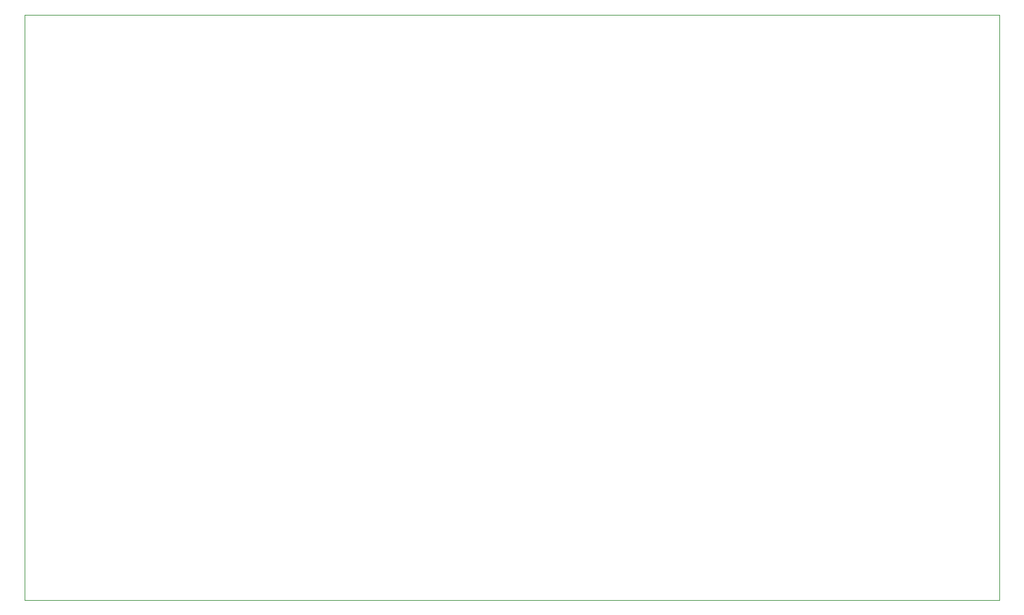
<source format=gbr>
%TF.GenerationSoftware,KiCad,Pcbnew,7.0.5*%
%TF.CreationDate,2023-07-25T13:55:41-04:00*%
%TF.ProjectId,Logic-PCB,4c6f6769-632d-4504-9342-2e6b69636164,rev?*%
%TF.SameCoordinates,Original*%
%TF.FileFunction,Profile,NP*%
%FSLAX46Y46*%
G04 Gerber Fmt 4.6, Leading zero omitted, Abs format (unit mm)*
G04 Created by KiCad (PCBNEW 7.0.5) date 2023-07-25 13:55:41*
%MOMM*%
%LPD*%
G01*
G04 APERTURE LIST*
%TA.AperFunction,Profile*%
%ADD10C,0.100000*%
%TD*%
G04 APERTURE END LIST*
D10*
X16610000Y-16860000D02*
X143920000Y-16860000D01*
X143920000Y-93380000D01*
X16610000Y-93380000D01*
X16610000Y-16860000D01*
M02*

</source>
